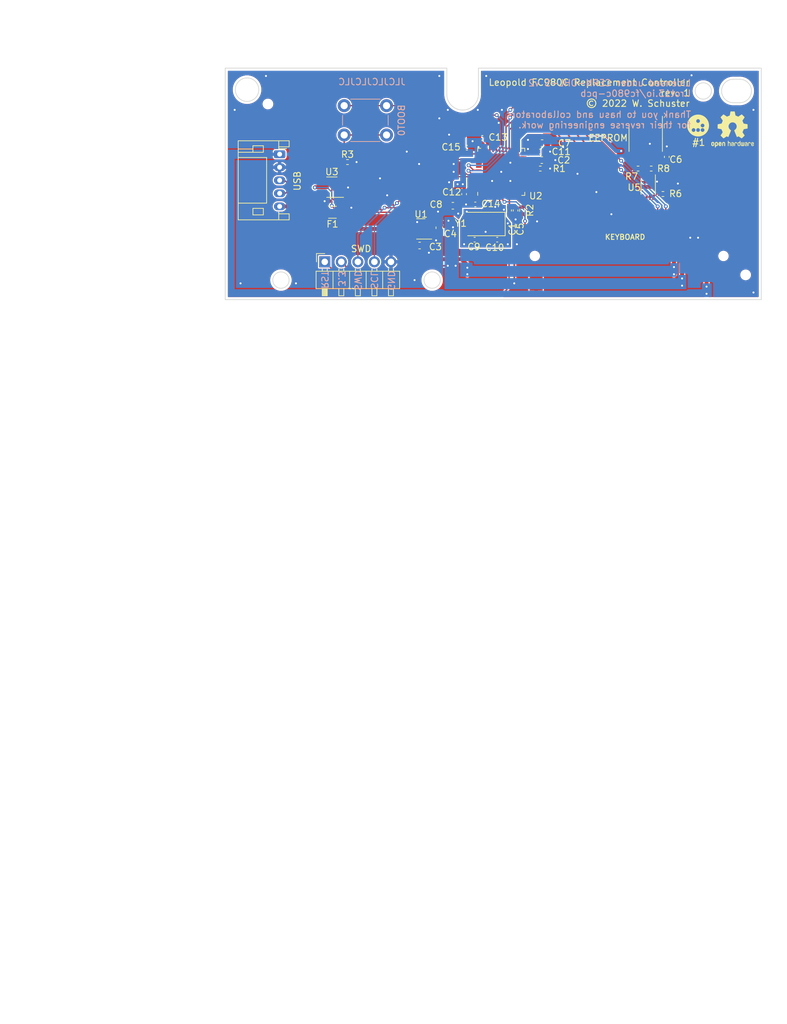
<source format=kicad_pcb>
(kicad_pcb (version 20211014) (generator pcbnew)
  (title_block (title "Leopold FC980C Replacement Controller") (rev "1") (company "Wilhelm Schuster") (comment 1 "Licensed under CERN-OHL-S V2"))
  (layers (0 "F.Cu" mixed) (31 "B.Cu" mixed) (34 "B.Paste" user) (35 "F.Paste" user) (36 "B.SilkS" user "B.Silkscreen") (37 "F.SilkS" user "F.Silkscreen") (38 "B.Mask" user) (39 "F.Mask" user) (44 "Edge.Cuts" user))
  (net 0 "")
  (net 1 "GND")
  (net 2 "VDDA")
  (net 3 "+5V")
  (net 4 "XTAL_IN")
  (net 5 "VBUS")
  (net 6 "~{RESET}")
  (net 7 "SWDIO")
  (net 8 "SWCLK")
  (net 9 "D_USB_P")
  (net 10 "D_USB_N")
  (net 11 "FG")
  (net 12 "KEY_HYS")
  (net 13 "KEY_STATE")
  (net 14 "I2C_SCL")
  (net 15 "I2C_SDA")
  (net 16 "COL_BIT3")
  (net 17 "COL_BIT2")
  (net 18 "COL_BIT1")
  (net 19 "COL_BIT0")
  (net 20 "ROW_BIT2")
  (net 21 "ROW_BIT1")
  (net 22 "ROW_BIT0")
  (net 23 "KEY_ENABLE")
  (net 24 "LED_NUM")
  (net 25 "LED_CAPS")
  (net 26 "LED_SCRL")
  (net 27 "D_P")
  (net 28 "BOOT0")
  (net 29 "D_N")
  (net 31 "XTAL_OUT")
  (net 43 "/BOOT1")
  (net 45 "/VCAP1")
  (net 46 "I2C_SDA_MCU")
  (net 47 "I2C_SCL_MCU")
  (net 48 "/VREF2_PCA9306")
  (footprint "Symbol:OSHW-Logo2_7.3x6mm_SilkScreen" (layer "F.Cu") (at 152.6 44.9)
    (fp_text reference "LOGO1" hide)
    (fp_text value "Logo_Open_Hardware_Small" hide)
  )
  (footprint "Capacitor_SMD:C_0603_1608Metric" (layer "F.Cu") (at 109.675 56.6)
    (fp_text reference "C8")
    (fp_text value "1uF")
  )
  (footprint "Capacitor_SMD:C_0402_1005Metric" (layer "F.Cu") (at 113.02 61.8 180)
    (fp_text reference "C9")
    (fp_text value "20pF")
  )
  (footprint "additional:JLC_tooling_hole" (layer "F.Cu") (at 81.3 41)
    (fp_text reference "H2" hide)
    (fp_text value "JLC tooling hole")
  )
  (footprint "Capacitor_SMD:C_0603_1608Metric" (layer "F.Cu") (at 107.6 59.975 -90)
    (fp_text reference "C4")
    (fp_text value "1uF")
  )
  (footprint "Resistor_SMD:R_0402_1005Metric" (layer "F.Cu") (at 93.51 49.9)
    (fp_text reference "R3")
    (fp_text value "10k")
  )
  (footprint "Crystal:Crystal_SMD_5032-2Pin_5.0x3.2mm" (layer "F.Cu") (at 114.65 59.4 180)
    (fp_text reference "Y1")
    (fp_text value "8MHz Cl 20pF")
  )
  (footprint "additional:JLC_tooling_hole" (layer "F.Cu") (at 154.6 67.2)
    (fp_text reference "H1" hide)
    (fp_text value "JLC tooling hole")
  )
  (footprint "Capacitor_SMD:C_0402_1005Metric" (layer "F.Cu") (at 114.2 46.2)
    (fp_text reference "C13")
    (fp_text value "100nF")
  )
  (footprint "Package_TO_SOT_SMD:SOT-23" (layer "F.Cu") (at 104.7625 60.15 180)
    (fp_text reference "U1")
    (fp_text value "XC6206P332MR")
  )
  (footprint "Capacitor_SMD:C_0402_1005Metric" (layer "F.Cu") (at 142.5 49.11 90)
    (fp_text reference "C6")
    (fp_text value "100nF")
  )
  (footprint "Resistor_SMD:R_0402_1005Metric" (layer "F.Cu") (at 141.91 54.8 180)
    (fp_text reference "R6")
    (fp_text value "200k")
  )
  (footprint "Capacitor_SMD:C_0402_1005Metric" (layer "F.Cu") (at 118.3 57.32 -90)
    (fp_text reference "C1")
    (fp_text value "1uF")
  )
  (footprint "Capacitor_SMD:C_0402_1005Metric" (layer "F.Cu") (at 111.4 54.82 -90)
    (fp_text reference "C12")
    (fp_text value "100nF")
  )
  (footprint "Resistor_SMD:R_0402_1005Metric" (layer "F.Cu") (at 138.09 50.9)
    (fp_text reference "R7")
    (fp_text value "10k")
  )
  (footprint "Capacitor_SMD:C_0603_1608Metric" (layer "F.Cu") (at 123.375 47)
    (fp_text reference "C7")
    (fp_text value "10uF")
  )
  (footprint "Capacitor_SMD:C_0402_1005Metric" (layer "F.Cu") (at 113.12 56.4 180)
    (fp_text reference "C14")
    (fp_text value "100nF")
  )
  (footprint "Resistor_SMD:R_0402_1005Metric" (layer "F.Cu") (at 120.3 57.31 -90)
    (fp_text reference "R2")
    (fp_text value "10k")
  )
  (footprint "Capacitor_SMD:C_0603_1608Metric" (layer "F.Cu") (at 104.575 62.7)
    (fp_text reference "C3")
    (fp_text value "1uF")
  )
  (footprint "Capacitor_SMD:C_0402_1005Metric" (layer "F.Cu") (at 116.48 61.8)
    (fp_text reference "C10")
    (fp_text value "20pF")
  )
  (footprint "Capacitor_SMD:C_0402_1005Metric" (layer "F.Cu") (at 119.3 57.32 -90)
    (fp_text reference "C5")
    (fp_text value "100nF")
  )
  (footprint "Fuse:Fuse_1206_3216Metric" (layer "F.Cu") (at 91.2 57.6 180)
    (fp_text reference "F1")
    (fp_text value "500mA")
  )
  (footprint "Package_TO_SOT_SMD:SOT-23-6" (layer "F.Cu") (at 91.1125 53.75 180)
    (fp_text reference "U3")
    (fp_text value "USBLC6-2SC6")
  )
  (footprint "Resistor_SMD:R_0402_1005Metric" (layer "F.Cu") (at 140.11 50.9 180)
    (fp_text reference "R8")
    (fp_text value "10k")
  )
  (footprint "Capacitor_SMD:C_0402_1005Metric" (layer "F.Cu") (at 123.08 48.3)
    (fp_text reference "C11")
    (fp_text value "100nF")
  )
  (footprint "Capacitor_SMD:C_0603_1608Metric" (layer "F.Cu") (at 123.325 49.6)
    (fp_text reference "C2")
    (fp_text value "4.7uF")
  )
  (footprint "Connector_PinHeader_2.54mm:PinHeader_1x05_P2.54mm_Horizontal" (layer "F.Cu") (at 90.02 73.4 90)
    (fp_text reference "J1" hide)
    (fp_text value "SWD")
  )
  (footprint "Connector_JST:JST_PH_S5B-PH-K_1x05_P2.00mm_Horizontal" (layer "F.Cu") (at 83.1 48.7 -90)
    (fp_text reference "J2" hide)
    (fp_text value "USB")
  )
  (footprint "Package_SO:VSSOP-8_2.3x2mm_P0.5mm" (layer "F.Cu") (at 139.65 53.75 -90)
    (fp_text reference "U5")
    (fp_text value "PCA9306DC")
  )
  (footprint "Package_SO:SOIC-8_3.9x4.9mm_P1.27mm" (layer "F.Cu") (at 139.265 46.325 -90)
    (fp_text reference "U4" hide)
    (fp_text value "M24C64-RMN6TP")
  )
  (footprint "additional:HRS_DF14_20P" (layer "F.Cu") (at 136.1 66.7 180)
    (fp_text reference "J3")
    (fp_text value "KEYBOARD")
  )
  (footprint "additional:logo" (layer "F.Cu") (at 147.3 44.3)
    (fp_text reference "G***" hide)
    (fp_text value "LOGO" hide)
  )
  (footprint "Resistor_SMD:R_0402_1005Metric" (layer "F.Cu") (at 123.09 50.9)
    (fp_text reference "R1")
    (fp_text value "10k")
  )
  (footprint "Package_DFN_QFN:QFN-48-1EP_7x7mm_P0.5mm_EP5.6x5.6mm" (layer "F.Cu") (at 117.1 51.4 90)
    (fp_text reference "U2")
    (fp_text value "STM32F401CBUx")
  )
  (footprint "Capacitor_SMD:C_0402_1005Metric" (layer "F.Cu") (at 111.82 47.7 180)
    (fp_text reference "C15")
    (fp_text value "100nF")
  )
  (footprint "Button_Switch_THT:SW_PUSH_6mm" (layer "B.Cu") (at 99.5 41.25 180)
    (fp_text reference "SW1")
    (fp_text value "BOOT0")
  )
  (gr_circle (center 106.5 68) (end 107.75 68) (layer "Edge.Cuts") (width 0.1) (fill none))
  (gr_line (start 108.75 35.5) (end 74.75 35.5) (layer "Edge.Cuts") (width 0.1))
  (gr_circle (center 78.1 38.8) (end 79.9 38.8) (layer "Edge.Cuts") (width 0.1) (fill none))
  (gr_line (start 108.75 35.5) (end 108.75 39.5) (layer "Edge.Cuts") (width 0.1))
  (gr_line (start 74.75 71) (end 157 71) (layer "Edge.Cuts") (width 0.1))
  (gr_circle (center 83.3 68) (end 84.55 68) (layer "Edge.Cuts") (width 0.1) (fill none))
  (gr_line (start 153.7 40.8) (end 152.7 40.8) (layer "Edge.Cuts") (width 0.1))
  (gr_line (start 74.75 35.5) (end 74.75 71) (layer "Edge.Cuts") (width 0.1))
  (gr_line (start 152.7 37.2) (end 153.7 37.2) (layer "Edge.Cuts") (width 0.1))
  (gr_arc (start 152.7 40.8) (mid 150.9 39) (end 152.7 37.2) (layer "Edge.Cuts") (width 0.1))
  (gr_circle (center 148.1 39) (end 149.35 39) (layer "Edge.Cuts") (width 0.1) (fill none))
  (gr_arc (start 153.7 37.2) (mid 155.5 39) (end 153.7 40.8) (layer "Edge.Cuts") (width 0.1))
  (gr_line (start 113.6 35.5) (end 157 35.5) (layer "Edge.Cuts") (width 0.1))
  (gr_line (start 113.6 39.5) (end 113.6 35.5) (layer "Edge.Cuts") (width 0.1))
  (gr_arc (start 113.6 39.5) (mid 111.175 41.925) (end 108.75 39.5) (layer "Edge.Cuts") (width 0.1))
  (gr_line (start 157 71) (end 157 35.5) (layer "Edge.Cuts") (width 0.1))
  (gr_text "Licensed under CERN-OHL-S v2\nl.rot13.io/fc980c-pcb\n\nThank you to hasu and collaborators\nfor their reverse engineering work." (at 146.3 41) (layer "B.SilkS") (effects (font (size 1 1)) (justify left mirror)))
  (gr_text "3.3\n" (at 92.6 66.5 270) (layer "B.SilkS") (effects (font (size 1 1)) (justify right mirror)))
  (gr_text "SCL" (at 97.6 66.5 270) (layer "B.SilkS") (effects (font (size 1 1)) (justify right mirror)))
  (gr_text "RST\n" (at 90 66.5 270) (layer "B.SilkS") (effects (font (size 1 1)) (justify right mirror)))
  (gr_text "SWD" (at 95.1 66.4 270) (layer "B.SilkS") (effects (font (size 1 1)) (justify right mirror)))
  (gr_text "JLCJLCJLCJLC" (at 102.5 37.6) (layer "B.SilkS") (effects (font (size 1 1)) (justify left mirror)))
  (gr_text "GND" (at 100.2 66.45 270) (layer "B.SilkS") (effects (font (size 1 1)) (justify right mirror)))
  (gr_text "#1" (at 147.4 46.9) (layer "F.SilkS") (effects (font (size 1 1))))
  (gr_text "Leopold FC980C Replacement Controller\nrev. 1\n© 2022 W. Schuster" (at 146.1 39.3) (layer "F.SilkS") (effects (font (size 1 1)) (justify right)))
  (segment (start 147.35 61.55) (end 147.3 61.5) (width 0.6) (layer "F.Cu") (net 1))
  (segment (start 115.7 51.4) (end 117.1 51.4) (width 0.25) (layer "F.Cu") (net 1))
  (segment (start 117.1 51.4) (end 118.5 50) (width 0.25) (layer "F.Cu") (net 1))
  (segment (start 92.25 53.75) (end 93.55 53.75) (width 0.6) (layer "F.Cu") (net 1))
  (segment (start 115.7 51.4) (end 114.85 50.55) (width 0.25) (layer "F.Cu") (net 1))
  (segment (start 114.85 53.65) (end 113.6625 53.65) (width 0.25) (layer "F.Cu") (net 1))
  (segment (start 117.1 51.4) (end 117.85 52.15) (width 0.25) (layer "F.Cu") (net 1))
  (segment (start 146.1 63.2) (end 146.1 61.5) (width 0.6) (layer "F.Cu") (net 1))
  (segment (start 140.4 52.2) (end 141 52.8) (width 0.2) (layer "F.Cu") (net 1))
  (segment (start 147.35 63.2) (end 147.35 61.55) (width 0.6) (layer "F.Cu") (net 1))
  (segment (start 117.85 52.15) (end 117.85 54.8375) (width 0.25) (layer "F.Cu") (net 1))
  (segment (start 114.85 50.55) (end 114.85 47.9625) (width 0.25) (layer "F.Cu") (net 1))
  (segment (start 115.7 52.8) (end 114.85 53.65) (width 0.25) (layer "F.Cu") (net 1))
  (segment (start 115.7 52.8) (end 115.7 51.4) (width 0.25) (layer "F.Cu") (net 1))
  (segment (start 119.35 49.15) (end 120.5375 49.15) (width 0.25) (layer "F.Cu") (net 1))
  (segment (start 93.55 53.75) (end 93.6 53.8) (width 0.6) (layer "F.Cu") (net 1))
  (segment (start 118.5 50) (end 119.35 49.15) (width 0.25) (layer "F.Cu") (net 1))
  (segment (start 141 52.8) (end 141 52.9) (width 0.2) (layer "F.Cu") (net 1))
  (via (at 102.6 48.3) (size 0.6) (drill 0.3) (layers "F.Cu" "B.Cu") (net 1))
  (via (at 98.5 52.4) (size 0.6) (drill 0.3) (layers "F.Cu" "B.Cu") (net 1))
  (via (at 106 63.8) (size 0.6) (drill 0.3) (layers "F.Cu" "B.Cu") (net 1))
  (via (at 124.6 48.3) (size 0.6) (drill 0.3) (layers "F.Cu" "B.Cu") (net 1))
  (via (at 118.5 50) (size 0.6) (drill 0.3) (layers "F.Cu" "B.Cu") (net 1))
  (via (at 85.6 68.5) (size 0.6) (drill 0.3) (layers "F.Cu" "B.Cu") (net 1))
  (via (at 117.1 51.4) (size 0.6) (drill 0.3) (layers "F.Cu" "B.Cu") (net 1))
  (via (at 94.1 56.9) (size 0.6) (drill 0.3) (layers "F.Cu" "B.Cu") (net 1))
  (via (at 107.6 36.7) (size 0.6) (drill 0.3) (layers "F.Cu" "B.Cu") (net 1))
  (via (at 109.1 53) (size 0.6) (drill 0.3) (layers "F.Cu" "B.Cu") (net 1))
  (via (at 107.1 61.9) (size 0.6) (drill 0.3) (layers "F.Cu" "B.Cu") (net 1))
  (via (at 141 52.9) (size 0.6) (drill 0.3) (layers "F.Cu" "B.Cu") (net 1))
  (via (at 155.8 69.9) (size 0.6) (drill 0.3) (layers "F.Cu" "B.Cu") (net 1))
  (via (at 147.3 61.5) (size 0.6) (drill 0.3) (layers "F.Cu" "B.Cu") (net 1))
  (via (at 124.6 50.9) (size 0.6) (drill 0.3) (layers "F.Cu" "B.Cu") (net 1))
  (via (at 146.3 36.6) (size 0.6) (drill 0.3) (layers "F.Cu" "B.Cu") (net 1))
  (via (at 76.2 41.9) (size 0.6) (drill 0.3) (layers "F.Cu" "B.Cu") (net 1))
  (via (at 90 55.9) (size 0.6) (drill 0.3) (layers "F.Cu" "B.Cu") (net 1))
  (via (at 116.176089 56.776089) (size 0.6) (drill 0.3) (layers "F.Cu" "B.Cu") (net 1))
  (via (at 77.1 68.5) (size 0.6) (drill 0.3) (layers "F.Cu" "B.Cu") (net 1))
  (via (at 93.6 53.8) (size 0.6) (drill 0.3) (layers "F.Cu" "B.Cu") (net 1))
  (via (at 118.1 62.5) (size 0.6) (drill 0.3) (layers "F.Cu" "B.Cu") (net 1))
  (via (at 144.2 53.2) (size 0.6) (drill 0.3) (layers "F.Cu" "B.Cu") (net 1))
  (via (at 117.2 41.9) (size 0.6) (drill 0.3) (layers "F.Cu" "B.Cu") (net 1))
  (via (at 146.1 61.5) (size 0.6) (drill 0.3) (layers "F.Cu" "B.Cu") (net 1))
  (via (at 139.9 47.1) (size 0.6) (drill 0.3) (layers "F.Cu" "B.Cu") (net 1))
  (via (at 104.2 59.1) (size 0.6) (drill 0.3) (layers "F.Cu" "B.Cu") (net 1))
  (via (at 116.708411 43.891589) (size 0.6) (drill 0.3) (layers "F.Cu" "B.Cu") (net 1))
  (via (at 94.9 49.9) (size 0.6) (drill 0.3) (layers "F.Cu" "B.Cu") (net 1))
  (via (at 117.5 57.2) (size 0.6) (drill 0.3) (layers "F.Cu" "B.Cu") (net 1))
  (via (at 103.8 68) (size 0.6) (drill 0.3) (layers "F.Cu" "B.Cu") (net 1))
  (via (at 118.5 52.8) (size 0.6) (drill 0.3) (layers "F.Cu" "B.Cu") (net 1))
  (via (at 142.5 47.5) (size 0.6) (drill 0.3) (layers "F.Cu" "B.Cu") (net 1))
  (via (at 107.4 57.5) (size 0.6) (drill 0.3) (layers "F.Cu" "B.Cu") (net 1))
  (via (at 119.3 58.7) (size 0.6) (drill 0.3) (layers "F.Cu" "B.Cu") (net 1))
  (via (at 115.7 52.8) (size 0.6) (drill 0.3) (layers "F.Cu" "B.Cu") (net 1))
  (via (at 128.8 51.7) (size 0.6) (drill 0.3) (layers "F.Cu" "B.Cu") (net 1))
  (via (at 111.4 62.5) (size 0.6) (drill 0.3) (layers "F.Cu" "B.Cu") (net 1))
  (via (at 125.4 49.6) (size 0.6) (drill 0.3) (layers "F.Cu" "B.Cu") (net 1))
  (via (at 111.7 56.4) (size 0.6) (drill 0.3) (layers "F.Cu" "B.Cu") (net 1))
  (via (at 104.5 50.2) (size 0.6) (drill 0.3) (layers "F.Cu" "B.Cu") (net 1))
  (via (at 107.6 43.2) (size 0.6) (drill 0.3) (layers "F.Cu" "B.Cu") (net 1))
  (via (at 109.8 51.4) (size 0.6) (drill 0.3) (layers "F.Cu" "B.Cu") (net 1))
  (via (at 122.6 59) (size 0.6) (drill 0.3) (layers "F.Cu" "B.Cu") (net 1))
  (via (at 114.8 36.7) (size 0.6) (drill 0.3) (layers "F.Cu" "B.Cu") (net 1))
  (via (at 118.1 59.3) (size 0.6) (drill 0.3) (layers "F.Cu" "B.Cu") (net 1))
  (via (at 155.8 41.9) (size 0.6) (drill 0.3) (layers "F.Cu" "B.Cu") (net 1))
  (via (at 110.5 57.8) (size 0.6) (drill 0.3) (layers "F.Cu" "B.Cu") (net 1))
  (via (at 109.8 50.2) (size 0.6) (drill 0.3) (layers "F.Cu" "B.Cu") (net 1))
  (via (at 81 36.7) (size 0.6) (drill 0.3) (layers "F.Cu" "B.Cu") (net 1))
  (via (at 111.8 57.5) (size 0.6) (drill 0.3) (layers "F.Cu" "B.Cu") (net 1))
  (via (at 131.7 54.5) (size 0.6) (drill 0.3) (layers "F.Cu" "B.Cu") (net 1))
  (via (at 114.7 60.6) (size 0.6) (drill 0.3) (layers "F.Cu" "B.Cu") (net 1))
  (via (at 126.6 47.6) (size 0.6) (drill 0.3) (layers "F.Cu" "B.Cu") (net 1))
  (via (at 109.1 45.7) (size 0.6) (drill 0.3) (layers "F.Cu" "B.Cu") (net 1))
  (via (at 108.9 41.9) (size 0.6) (drill 0.3) (layers "F.Cu" "B.Cu") (net 1))
  (via (at 99.6 55) (size 0.6) (drill 0.3) (layers "F.Cu" "B.Cu") (net 1))
  (via (at 134 57.9) (size 0.6) (drill 0.3) (layers "F.Cu" "B.Cu") (net 1))
  (via (at 119.5 62.5) (size 0.6) (drill 0.3) (layers "F.Cu" "B.Cu") (net 1))
  (via (at 113.5 41.9) (size 0.6) (drill 0.3) (layers "F.Cu" "B.Cu") (net 1))
  (segment (start 116.1 56.7) (end 116.1 55.1) (width 0.6) (layer "B.Cu") (net 1))
  (segment (start 116.176089 56.776089) (end 116.1 56.7) (width 0.6) (layer "B.Cu") (net 1))
  (segment (start 108.2 42.7) (end 116.4 42.7) (width 0.2) (layer "F.Cu") (net 2))
  (segment (start 121.5 62.8) (end 119.1 65.2) (width 0.25) (layer "F.Cu") (net 2))
  (segment (start 114.35 54.8375) (end 114.35 55.65) (width 0.25) (layer "F.Cu") (net 2))
  (segment (start 142.9 53.7) (end 138.7 53.7) (width 0.6) (layer "F.Cu") (net 2))
  (segment (start 113.6625 54.15) (end 112.75 54.15) (width 0.25) (layer "F.Cu") (net 2))
  (segment (start 102.7 67) (end 94.36 67) (width 0.25) (layer "F.Cu") (net 2))
  (segment (start 142.9 53.7) (end 142.9 52) (width 0.6) (layer "F.Cu") (net 2))
  (segment (start 93 41.25) (end 99.5 41.25) (width 0.2) (layer "F.Cu") (net 2))
  (segment (start 138.7 53.7) (end 137.58 52.58) (width 0.6) (layer "F.Cu") (net 2))
  (segment (start 94.36 67) (end 92.56 65.2) (width 0.25) (layer "F.Cu") (net 2))
  (segment (start 139.9 52.2) (end 139.9 51.62) (width 0.2) (layer "F.Cu") (net 2))
  (segment (start 120.26 56.84) (end 120.3 56.8) (width 0.25) (layer "F.Cu") (net 2))
  (segment (start 142.9 52) (end 142.6 51.7) (width 0.6) (layer "F.Cu") (net 2))
  (segment (start 118.35 54.8375) (end 118.35 56.79) (width 0.25) (layer "F.Cu") (net 2))
  (segment (start 108.9 65.8) (end 103.9 65.8) (width 0.25) (layer "F.Cu") (net 2))
  (segment (start 120.3 56.8) (end 120.7 56.8) (width 0.25) (layer "F.Cu") (net 2))
  (segment (start 144.85 55.65) (end 142.9 53.7) (width 0.6) (layer "F.Cu") (net 2))
  (segment (start 118.35 56.79) (end 118.3 56.84) (width 0.25) (layer "F.Cu") (net 2))
  (segment (start 103.9 65.8) (end 102.7 67) (width 0.25) (layer "F.Cu") (net 2))
  (segment (start 106.75 41.25) (end 108.2 42.7) (width 0.2) (layer "F.Cu") (net 2))
  (segment (start 108.9 65.8) (end 110.1 65.8) (width 0.25) (layer "F.Cu") (net 2))
  (segment (start 121.5 57.6) (end 121.5 62.8) (width 0.25) (layer "F.Cu") (net 2))
  (segment (start 144.85 68.85) (end 144.85 63.2) (width 0.6) (layer "F.Cu") (net 2))
  (segment (start 118.3 56.84) (end 119.3 56.84) (width 0.25) (layer "F.Cu") (net 2))
  (segment (start 119.3 56.84) (end 120.26 56.84) (width 0.25) (layer "F.Cu") (net 2))
  (segment (start 99.5 41.25) (end 106.75 41.25) (width 0.2) (layer "F.Cu") (net 2))
  (segment (start 114.35 55.65) (end 113.6 56.4) (width 0.25) (layer "F.Cu") (net 2))
  (segment (start 144.85 63.2) (end 144.85 55.65) (width 0.6) (layer "F.Cu") (net 2))
  (segment (start 139.9 51.62) (end 140.62 50.9) (width 0.2) (layer "F.Cu") (net 2))
  (segment (start 119.1 65.2) (end 119.1 68.5) (width 0.25) (layer "F.Cu") (net 2))
  (segment (start 120.7 56.8) (end 121.5 57.6) (width 0.25) (layer "F.Cu") (net 2))
  (via (at 119.1 68.5) (size 0.6) (drill 0.3) (layers "F.Cu" "B.Cu") (net 2))
  (via (at 113.6 47.6) (size 0.6) (drill 0.3) (layers "F.Cu" "B.Cu") (net 2))
  (via (at 144.85 68.85) (size 0.6) (drill 0.3) (layers "F.Cu" "B.Cu") (net 2))
  (via (at 110.4 53.3) (size 0.6) (drill 0.3) (layers "F.Cu" "B.Cu") (net 2))
  (via (at 108.9 65.8) (size 0.6) (drill 0.3) (layers "F.Cu" "B.Cu") (net 2))
  (via (at 109.7 59.9) (size 0.6) (drill 0.3) (layers "F.Cu" "B.Cu") (net 2))
  (via (at 112.7 46.7) (size 0.6) (drill 0.3) (layers "F.Cu" "B.Cu") (net 2))
  (via (at 135.5 48.2) (size 0.6) (drill 0.3) (layers "F.Cu" "B.Cu") (net 2))
  (via (at 144.85 67.75) (size 0.6) (drill 0.3) (layers "F.Cu" "B.Cu") (net 2))
  (via (at 109 58.9) (size 0.6) (drill 0.3) (layers "F.Cu" "B.Cu") (net 2))
  (via (at 110.1 65.8) (size 0.6) (drill 0.3) (layers "F.Cu" "B.Cu") (net 2))
  (via (at 121.2 46.5) (size 0.6) (drill 0.3) (layers "F.Cu" "B.Cu") (net 2))
  (via (at 121.2 47.9) (size 0.6) (drill 0.3) (layers "F.Cu" "B.Cu") (net 2))
  (via (at 111.2 53.3) (size 0.6) (drill 0.3) (layers "F.Cu" "B.Cu") (net 2))
  (via (at 116.4 42.7) (size 0.6) (drill 0.3) (layers "F.Cu" "B.Cu") (net 2))
  (segment (start 115.333274 49.4) (end 115.3 49.4) (width 0.25) (layer "B.Cu") (net 2))
  (segment (start 132.8 46.3) (end 124.2 46.3) (width 0.6) (layer "B.Cu") (net 2))
  (segment (start 117.375 43.675) (end 117.375 47.358274) (width 0.25) (layer "B.Cu") (net 2))
  (segment (start 134.7 48.2) (end 132.8 46.3) (width 0.6) (layer "B.Cu") (net 2))
  (segment (start 116.4 42.7) (end 117.375 43.675) (width 0.25) (layer "B.Cu") (net 2))
  (segment (start 117.375 47.358274) (end 115.333274 49.4) (width 0.25) (layer "B.Cu") (net 2))
  (segment (start 135.5 48.2) (end 134.7 48.2) (width 0.6) (layer "B.Cu") (net 2))
  (segment (start 143.6 55.98) (end 142.42 54.8) (width 0.25) (layer "F.Cu") (net 3))
  (segment (start 92.6 57.6) (end 92.1 57.6) (width 0.2) (layer "F.Cu") (net 3))
  (segment (start 104.6 64.8) (end 111 64.8) (width 0.6) (layer "F.Cu") (net 3))
  (segment (start 88.55 53.75) (end 88.5 53.8) (width 0.6) (layer "F.Cu") (net 3))
  (segment (start 103.825 60.15) (end 103.825 62.675) (width 0.6) (layer "F.Cu") (net 3))
  (segment (start 111.9 65.7) (end 111.9 66.1) (width 0.6) (layer "F.Cu") (net 3))
  (segment (start 95.15 60.15) (end 103.825 60.15) (width 0.6) (layer "F.Cu") (net 3))
  (segment (start 103.825 62.675) (end 103.8 62.7) (width 0.6) (layer "F.Cu") (net 3))
  (segment (start 111 64.8) (end 111.9 65.7) (width 0.6) (layer "F.Cu") (net 3))
  (segment (start 103.8 62.7) (end 103.8 64) (width 0.6) (layer "F.Cu") (net 3))
  (segment (start 92.1 57.6) (end 91.1 56.6) (width 0.2) (layer "F.Cu") (net 3))
  (segment (start 92.6 57.6) (end 95.15 60.15) (width 0.6) (layer "F.Cu") (net 3))
  (segment (start 143.6 63.2) (end 143.6 67.1) (width 0.6) (layer "F.Cu") (net 3))
  (segment (start 89.975 53.75) (end 88.55 53.75) (width 0.6) (layer "F.Cu") (net 3))
  (segment (start 111.9 66.1) (end 111.9 67.1) (width 0.6) (layer "F.Cu") (net 3))
  (segment (start 103.8 64) (end 104.6 64.8) (width 0.6) (layer "F.Cu") (net 3))
  (segment (start 143.6 63.2) (end 143.6 55.98) (width 0.25) (layer "F.Cu") (net 3))
  (via (at 91.1 56.6) (size 0.6) (drill 0.3) (layers "F.Cu" "B.Cu") (net 3))
  (via (at 111.9 66.1) (size 0.6) (drill 0.3) (layers "F.Cu" "B.Cu") (net 3))
  (via (at 88.5 53.8) (size 0.6) (drill 0.3) (layers "F.Cu" "B.Cu") (net 3))
  (via (at 143.6 67.1) (size 0.6) (drill 0.3) (layers "F.Cu" "B.Cu") (net 3))
  (via (at 111.9 67.1) (size 0.6) (drill 0.3) (layers "F.Cu" "B.Cu") (net 3))
  (via (at 143.6 66) (size 0.6) (drill 0.3) (layers "F.Cu" "B.Cu") (net 3))
  (segment (start 91.1 54.5) (end 90.4 53.8) (width 0.2) (layer "B.Cu") (net 3))
  (segment (start 91.1 56.6) (end 91.1 54.5) (width 0.2) (layer "B.Cu") (net 3))
  (segment (start 90.4 53.8) (end 88.5 53.8) (width 0.2) (layer "B.Cu") (net 3))
  (segment (start 116.35 55.287652) (end 112.9 58.737652) (width 0.2) (layer "F.Cu") (net 4))
  (segment (start 113.5 61.8) (end 113.5 60) (width 0.2) (layer "F.Cu") (net 4))
  (segment (start 112.9 58.737652) (end 112.9 59.4) (width 0.2) (layer "F.Cu") (net 4))
  (segment (start 113.5 60) (end 112.9 59.4) (width 0.2) (layer "F.Cu") (net 4))
  (segment (start 116.35 54.8375) (end 116.35 55.287652) (width 0.2) (layer "F.Cu") (net 4))
  (segment (start 88.9 56.7) (end 89.8 57.6) (width 0.6) (layer "F.Cu") (net 5))
  (segment (start 83.1 56.7) (end 88.9 56.7) (width 0.6) (layer "F.Cu") (net 5))
  (segment (start 120.75 62.5) (end 118.3 64.95) (width 0.2) (layer "F.Cu") (net 6))
  (segment (start 118.3 64.95) (end 118.3 69.1) (width 0.2) (layer "F.Cu") (net 6))
  (segment (start 117.3 70.1) (end 94.92 70.1) (width 0.2) (layer "F.Cu") (net 6))
  (segment (start 117.35 55.75) (end 117.6 56) (width 0.2) (layer "F.Cu") (net 6))
  (segment (start 117.35 54.8375) (end 117.35 55.75) (width 0.2) (layer "F.Cu") (net 6))
  (segment (start 94.92 70.1) (end 90.02 65.2) (width 0.2) (layer "F.Cu") (net 6))
  (segment (start 120.75 58.27) (end 120.3 57.82) (width 0.2) (layer "F.Cu") (net 6))
  (segment (start 118.3 69.1) (end 117.3 70.1) (width 0.2) (layer "F.Cu") (net 6))
  (segment (start 120.75 58.95) (end 120.75 62.5) (width 0.2) (layer "F.Cu") (net 6))
  (segment (start 120.75 58.95) (end 120.75 58.27) (width 0.2) (layer "F.Cu") (net 6))
  (via (at 120.75 58.95) (size 0.6) (drill 0.3) (layers "F.Cu" "B.Cu") (net 6))
  (via (at 117.6 56) (size 0.6) (drill 0.3) (layers "F.Cu" "B.Cu") (net 6))
  (segment (start 120.75 58.95) (end 120.75 57.35) (width 0.2) (layer "B.Cu") (net 6))
  (segment (start 119.4 56) (end 117.6 56) (width 0.2) (layer "B.Cu") (net 6))
  (segment (start 120.75 57.35) (end 119.4 56) (width 0.2) (layer "B.Cu") (net 6))
  (segment (start 112.862348 49.5) (end 112.3 49.5) (width 0.2) (layer "F.Cu") (net 7))
  (segment (start 101.6 56.9) (end 99.2 56.9) (width 0.2) (layer "F.Cu") (net 7))
  (segment (start 113.6625 49.15) (end 113.212348 49.15) (width 0.2) (layer "F.Cu") (net 7))
  (segment (start 105.6 52.9) (end 101.6 56.9) (width 0.2) (layer "F.Cu") (net 7))
  (segment (start 113.212348 49.15) (end 112.862348 49.5) (width 0.2) (layer "F.Cu") (net 7))
  (segment (start 112.3 49.5) (end 109 49.5) (width 0.2) (layer "F.Cu") (net 7))
  (segment (start 109 49.5) (end 105.6 52.9) (width 0.2) (layer "F.Cu") (net 7))
  (via (at 99.2 56.9) (size 0.6) (drill 0.3) (layers "F.Cu" "B.Cu") (net 7))
  (segment (start 95.1 61) (end 95.1 65.2) (width 0.2) (layer "B.Cu") (net 7))
  (segment (start 99.2 56.9) (end 95.1 61) (width 0.2) (layer "B.Cu") (net 7))
  (segment (start 113.6625 48.65) (end 108.65 48.65) (width 0.2) (layer "F.Cu") (net 8))
  (segment (start 108.65 48.65) (end 101.1 56.2) (width 0.2) (layer "F.Cu") (net 8))
  (via (at 101.1 56.2) (size 0.6) (drill 0.3) (layers "F.Cu" "B.Cu") (net 8))
  (segment (start 101.1 56.2) (end 97.64 59.66) (width 0.2) (layer "B.Cu") (net 8))
  (segment (start 97.64 59.66) (end 97.64 65.2) (width 0.2) (layer "B.Cu") (net 8))
  (segment (start 87.8 53.975001) (end 84.7 53.975) (width 0.2) (layer "F.Cu") (net 9))
  (segment (start 89.975 54.7) (end 89.625 54.35) (width 0.2) (layer "F.Cu") (net 9))
  (segment (start 88.78995 54.5) (end 88.21005 54.5) (width 0.2) (layer "F.Cu") (net 9))
  (segment (start 88.93995 54.35) (end 88.78995 54.5) (width 0.2) (layer "F.Cu") (net 9))
  (segment (start 83.975 54.7) (end 83.1 54.7) (width 0.2) (layer "F.Cu") (net 9))
  (segment (start 88.21005 54.5) (end 87.8 54.08995) (width 0.2) (layer "F.Cu") (net 9))
  (segment (start 84.7 53.975) (end 83.975 54.7) (width 0.2) (layer "F.Cu") (net 9))
  (segment (start 87.8 54.08995) (end 87.8 53.975001) (width 0.2) (layer "F.Cu") (net 9))
  (segment (start 89.625 54.35) (end 88.93995 54.35) (width 0.2) (layer "F.Cu") (net 9))
  (segment (start 88.78995 53.1) (end 88.21005 53.1) (width 0.2) (layer "F.Cu") (net 10))
  (segment (start 83.875 52.7) (end 83.1 52.7) (width 0.2) (layer "F.Cu") (net 10))
  (segment (start 88.83995 53.15) (end 88.78995 53.1) (width 0.2) (layer "F.Cu") (net 10))
  (segment (start 84.7 53.525) (end 83.875 52.7) (width 0.2) (layer "F.Cu") (net 10))
  (segment (start 89.975 52.8) (end 89.625 53.15) (width 0.2) (layer "F.Cu") (net 10))
  (segment (start 87.8 53.51005) (end 87.8 53.524999) (width 0.2) (layer "F.Cu") (net 10))
  (segment (start 88.21005 53.1) (end 87.8 53.51005) (width 0.2) (layer "F.Cu") (net 10))
  (segment (start 87.8 53.524999) (end 84.7 53.525) (width 0.2) (layer "F.Cu") (net 10))
  (segment (start 89.625 53.15) (end 88.83995 53.15) (width 0.2) (layer "F.Cu") (net 10))
  (segment (start 148.6 70.1) (end 148.6 63.2) (width 0.6) (layer "F.Cu") (net 11))
  (via (at 148.6 70.1) (size 0.6) (drill 0.3) (layers "F.Cu" "B.Cu") (net 11))
  (via (at 148.6 69) (size 0.6) (drill 0.3) (layers "F.Cu" "B.Cu") (net 11))
  (segment (start 127.8 42) (end 120.4 42) (width 0.2) (layer "F.Cu") (net 12))
  (segment (start 135.5 49.7) (end 127.8 42) (width 0.2) (layer "F.Cu") (net 12))
  (segment (start 142.35 63.2) (end 142.35 56.7) (width 0.2) (layer "F.Cu") (net 12))
  (segment (start 120.4 42) (end 117.85 44.55) (width 0.2) (layer "F.Cu") (net 12))
  (segment (start 117.85 44.55) (end 117.85 47.9625) (width 0.2) (layer "F.Cu") (net 12))
  (via (at 135.5 49.7) (size 0.6) (drill 0.3) (layers "F.Cu" "B.Cu") (net 12))
  (via (at 142.35 56.7) (size 0.6) (drill 0.3) (layers "F.Cu" "B.Cu") (net 12))
  (segment (start 142.35 56.55) (end 135.5 49.7) (width 0.2) (layer "B.Cu") (net 12))
  (segment (start 142.35 56.7) (end 142.35 56.55) (width 0.2) (layer "B.Cu") (net 12))
  (segment (start 118.35 44.95) (end 118.35 47.9625) (width 0.2) (layer "F.Cu") (net 13))
  (segment (start 135.5 51.1) (end 127.2 42.8) (width 0.2) (layer "F.Cu") (net 13))
  (segment (start 141.1 56.7) (end 141.1 63.2) (width 0.2) (layer "F.Cu") (net 13))
  (segment (start 127.2 42.8) (end 120.5 42.8) (width 0.2) (layer "F.Cu") (net 13))
  (segment (start 120.5 42.8) (end 118.35 44.95) (width 0.2) (layer "F.Cu") (net 13))
  (via (at 141.1 56.7) (size 0.6) (drill 0.3) (layers "F.Cu" "B.Cu") (net 13))
  (via (at 135.5 51.1) (size 0.6) (drill 0.3) (layers "F.Cu" "B.Cu") (net 13))
  (segment (start 135.5 51.1) (end 141.1 56.7) (width 0.2) (layer "B.Cu") (net 13))
  (segment (start 139.85 63.2) (end 139.85 56.85) (width 0.2) (layer "F.Cu") (net 14))
  (segment (start 139.85 56.85) (end 139.4 56.4) (width 0.2) (layer "F.Cu") (net 14))
  (segment (start 139.4 56.4) (end 139.4 55.3) (width 0.2) (layer "F.Cu") (net 14))
  (segment (start 138.6 63.2) (end 138.6 55.6) (width 0.2) (layer "F.Cu") (net 15))
  (segment (start 138.6 55.6) (end 138.9 55.3) (width 0.2) (layer "F.Cu") (net 15))
  (segment (start 137.35 54.35) (end 137.35 63.2) (width 0.2) (layer "F.Cu") (net 16))
  (segment (start 126.6 43.6) (end 137.35 54.35) (width 0.2) (layer "F.Cu") (net 16))
  (segment (start 118.85 45.45) (end 120.7 43.6) (width 0.2) (layer "F.Cu") (net 16))
  (segment (start 120.7 43.6) (end 126.6 43.6) (width 0.2) (layer "F.Cu") (net 16))
  (segment (start 118.85 47.9625) (end 118.85 45.45) (width 0.2) (layer "F.Cu") (net 16))
  (segment (start 120.9 44.4) (end 126 44.4) (width 0.2) (layer "F.Cu") (net 17))
  (segment (start 119.35 45.95) (end 120.9 44.4) (width 0.2) (layer "F.Cu") (net 17))
  (segment (start 136.1 54.5) (end 136.1 63.2) (width 0.2) (layer "F.Cu") (net 17))
  (segment (start 126 44.4) (end 136.1 54.5) (width 0.2) (layer "F.Cu") (net 17))
  (segment (start 119.35 47.9625) (end 119.35 45.95) (width 0.2) (layer "F.Cu") (net 17))
  (segment (start 119.85 46.35) (end 121 45.2) (width 0.2) (layer "F.Cu") (net 18))
  (segment (start 134.85 54.75) (end 134.85 63.2) (width 0.2) (layer "F.Cu") (net 18))
  (segment (start 125.3 45.2) (end 134.85 54.75) (width 0.2) (layer "F.Cu") (net 18))
  (segment (start 121 45.2) (end 125.3 45.2) (width 0.2) (layer "F.Cu") (net 18))
  (segment (start 119.85 47.9625) (end 119.85 46.35) (width 0.2) (layer "F.Cu") (net 18))
  (segment (start 120.5375 51.65) (end 126.35 51.65) (width 0.2) (layer "F.Cu") (net 19))
  (segment (start 133.6 58.9) (end 133.6 63.2) (width 0.2) (layer "F.Cu") (net 19))
  (segment (start 126.35 51.65) (end 133.6 58.9) (width 0.2) (layer "F.Cu") (net 19))
  (segment (start 120.5375 52.15) (end 125.35 52.15) (width 0.2) (layer "F.Cu") (net 20))
  (segment (start 125.35 52.15) (end 132.35 59.15) (width 0.2) (layer "F.Cu") (net 20))
  (segment (start 132.35 59.15) (end 132.35 63.2) (width 0.2) (layer "F.Cu") (net 20))
  (segment (start 131.1 59.3) (end 131.1 63.2) (width 0.2) (layer "F.Cu") (net 21))
  (segment (start 124.45 52.65) (end 131.1 59.3) (width 0.2) (layer "F.Cu") (net 21))
  (segment (start 120.5375 52.65) (end 124.45 52.65) (width 0.2) (layer "F.Cu") (net 21))
  (segment (start 120.5375 53.15) (end 123.55 53.15) (width 0.2) (layer "F.Cu") (net 22))
  (segment (start 123.55 53.15) (end 129.85 59.45) (width 0.2) (layer "F.Cu") (net 22))
  (segment (start 129.85 59.45) (end 129.85 63.2) (width 0.2) (layer "F.Cu") (net 22))
  (segment (start 128.6 59.6) (end 128.6 63.2) (width 0.2) (layer "F.Cu") (net 23))
  (segment (start 120.5375 53.65) (end 122.65 53.65) (width 0.2) (layer "F.Cu") (net 23))
  (segment (start 122.65 53.65) (end 128.6 59.6) (width 0.2) (layer "F.Cu") (net 23))
  (segment (start 121.75 54.15) (end 127.35 59.75) (width 0.2) (layer "F.Cu") (net 24))
  (segment (start 127.35 59.75) (end 127.35 63.2) (width 0.2) (layer "F.Cu") (net 24))
  (segment (start 120.5375 54.15) (end 121.75 54.15) (width 0.2) (layer "F.Cu") (net 24))
  (segment (start 121.0375 54.8375) (end 119.85 54.8375) (width 0.2) (layer "F.Cu") (net 25))
  (segment (start 126.1 63.2) (end 126.1 59.9) (width 0.2) (layer "F.Cu") (net 25))
  (segment (start 126.1 59.9) (end 121.0375 54.8375) (width 0.2) (layer "F.Cu") (net 25))
  (segment (start 121 56) (end 119.9 56) (width 0.2) (layer "F.Cu") (net 26))
  (segment (start 119.9 56) (end 119.35 55.45) (width 0.2) (layer "F.Cu") (net 26))
  (segment (start 124.85 59.85) (end 121 56) (width 0.2) (layer "F.Cu") (net 26))
  (segment (start 119.35 55.45) (end 119.35 54.8375) (width 0.2) (layer "F.Cu") (net 26))
  (segment (start 124.85 63.2) (end 124.85 59.85) (width 0.2) (layer "F.Cu") (net 26))
  (segment (start 108.676042 44.725) (end 114.923958 44.725) (width 0.65) (layer "F.Cu") (net 27))
  (segment (start 115.85 47.9625) (end 115.85 46.95) (width 0.2) (layer "F.Cu") (net 27))
  (segment (start 115.675 46.775) (end 115.675 46.2) (width 0.2) (layer "F.Cu") (net 27))
  (segment (start 114.923958 44.725) (end 115.675 45.476042) (width 0.65) (layer "F.Cu") (net 27))
  (segment (start 94.533148 54.175) (end 99.226042 54.175) (width 0.65) (layer "F.Cu") (net 27))
  (segment (start 92.25 54.7) (end 92.375 54.575) (width 0.65) (layer "F.Cu") (net 27))
  (segment (start 99.226042 54.175) (end 108.676042 44.725) (width 0.65) (layer "F.Cu") (net 27))
  (segment (start 115.675 45.476042) (end 115.675 46.2) (width 0.65) (layer "F.Cu") (net 27))
  (segment (start 93.983148 54.725) (end 94.533148 54.175) (width 0.65) (layer "F.Cu") (net 27))
  (segment (start 93.066852 54.575) (end 93.216852 54.725) (width 0.65) (layer "F.Cu") (net 27))
  (segment (start 92.375 54.575) (end 93.066852 54.575) (width 0.65) (layer "F.Cu") (net 27))
  (segment (start 115.85 46.95) (end 115.675 46.775) (width 0.2) (layer "F.Cu") (net 27))
  (segment (start 93.216852 54.725) (end 93.983148 54.725) (width 0.65) (layer "F.Cu") (net 27))
  (segment (start 93 50) (end 93 45.75) (width 0.2) (layer "F.Cu") (net 28))
  (segment (start 96.6 57.6) (end 94.9 55.9) (width 0.2) (layer "F.Cu") (net 28))
  (segment (start 102.3 57.6) (end 96.6 57.6) (width 0.2) (layer "F.Cu") (net 28))
  (segment (start 93 45.75) (end 99.5 45.75) (width 0.2) (layer "F.Cu") (net 28))
  (segment (start 107.75 52.15) (end 102.3 57.6) (width 0.2) (layer "F.Cu") (net 28))
  (segment (start 91.1 55.4) (end 91.1 51.9) (width 0.2) (layer "F.Cu") (net 28))
  (segment (start 91.6 55.9) (end 91.1 55.4) (width 0.2) (layer "F.Cu") (net 28))
  (segment (start 94.9 55.9) (end 91.6 55.9) (width 0.2) (layer "F.Cu") (net 28))
  (segment (start 113.6625 52.15) (end 107.75 52.15) (width 0.2) (layer "F.Cu") (net 28))
  (segment (start 91.1 51.9) (end 93 50) (width 0.2) (layer "F.Cu") (net 28))
  (segment (start 93.216852 52.875) (end 93.983148 52.875) (width 0.65) (layer "F.Cu") (net 29))
  (segment (start 93.166852 52.925) (end 93.216852 52.875) (width 0.65) (layer "F.Cu") (net 29))
  (segment (start 92.25 52.8) (end 92.375 52.925) (width 0.65) (layer "F.Cu") (net 29))
  (segment (start 92.375 52.925) (end 93.166852 52.925) (width 0.65) (layer "F.Cu") (net 29))
  (segment (start 116.35 47.9625) (end 116.35 46.95) (width 0.2) (layer "F.Cu") (net 29))
  (segment (start 94.433148 53.325) (end 98.873958 53.325) (width 0.65) (layer "F.Cu") (net 29))
  (segment (start 116.525 45.123958) (end 116.525 46.2) (width 0.65) (layer "F.Cu") (net 29))
  (segment (start 98.873958 53.325) (end 108.323958 43.875) (width 0.65) (layer "F.Cu") (net 29))
  (segment (start 116.525 46.775) (end 116.525 46.2) (width 0.2) (layer "F.Cu") (net 29))
  (segment (start 93.983148 52.875) (end 94.433148 53.325) (width 0.65) (layer "F.Cu") (net 29))
  (segment (start 108.323958 43.875) (end 115.276042 43.875) (width 0.65) (layer "F.Cu") (net 29))
  (segment (start 115.276042 43.875) (end 116.525 45.123958) (width 0.65) (layer "F.Cu") (net 29))
  (segment (start 116.35 46.95) (end 116.525 46.775) (width 0.2) (layer "F.Cu") (net 29))
  (segment (start 116 60) (end 116.6 59.4) (width 0.2) (layer "F.Cu") (net 31))
  (segment (start 116 61.8) (end 116 60) (width 0.2) (layer "F.Cu") (net 31))
  (segment (start 116.85 59.15) (end 116.6 59.4) (width 0.2) (layer "F.Cu") (net 31))
  (segment (start 116.85 54.8375) (end 116.85 59.15) (width 0.2) (layer "F.Cu") (net 31))
  (segment (start 120.5375 50.65) (end 121.85 50.65) (width 0.2) (layer "F.Cu") (net 43))
  (segment (start 121.85 50.65) (end 122.1 50.9) (width 0.2) (layer "F.Cu") (net 43))
  (segment (start 122.1 50.9) (end 122.58 50.9) (width 0.2) (layer "F.Cu") (net 43))
  (segment (start 120.5375 49.65) (end 122.5 49.65) (width 0.2) (layer "F.Cu") (net 45))
  (segment (start 137.36 47.16) (end 137.36 48.8) (width 0.2) (layer "F.Cu") (net 46))
  (segment (start 118.476089 43.023911) (end 120.3 41.2) (width 0.2) (layer "F.Cu") (net 46))
  (segment (start 112.076089 51.223911) (end 112.502178 51.65) (width 0.2) (layer "F.Cu") (net 46))
  (segment (start 138.9 52.2) (end 138.9 51.2) (width 0.2) (layer "F.Cu") (net 46))
  (segment (start 118.476089 43.076089) (end 118.476089 43.023911) (width 0.2) (layer "F.Cu") (net 46))
  (segment (start 138.6 50.9) (end 137.36 49.66) (width 0.2) (layer "F.Cu") (net 46))
  (segment (start 137.36 49.66) (end 137.36 48.8) (width 0.2) (layer "F.Cu") (net 46))
  (segment (start 112.502178 51.65) (end 113.6625 51.65) (width 0.2) (layer "F.Cu") (net 46))
  (segment (start 136.8 46.6) (end 137.36 47.16) (width 0.2) (layer "F.Cu") (net 46))
  (segment (start 128.4 41.2) (end 133.8 46.6) (width 0.2) (layer "F.Cu") (net 46))
  (segment (start 138.9 51.2) (end 138.6 50.9) (width 0.2) (layer "F.Cu") (net 46))
  (segment (start 120.3 41.2) (end 128.4 41.2) (width 0.2) (layer "F.Cu") (net 46))
  (segment (start 133.8 46.6) (end 136.8 46.6) (width 0.2) (layer "F.Cu") (net 46))
  (via (at 112.076089 51.223911) (size 0.6) (drill 0.3) (layers "F.Cu" "B.Cu") (net 46))
  (via (at 118.476089 43.076089) (size 0.6) (drill 0.3) (layers "F.Cu" "B.Cu") (net 46))
  (segment (start 114.676089 51.223911) (end 118.3 47.6) (width 0.2) (layer "B.Cu") (net 46))
  (segment (start 118.3 47.6) (end 118.3 46) (width 0.2) (layer "B.Cu") (net 46))
  (segment (start 118.3 43.252178) (end 118.476089 43.076089) (width 0.2) (layer "B.Cu") (net 46))
  (segment (start 112.076089 51.223911) (end 114.676089 51.223911) (width 0.2) (layer "B.Cu") (net 46))
  (segment (start 118.3 46) (end 118.3 43.252178) (width 0.2) (layer "B.Cu") (net 46))
  (segment (start 119.9 40.5) (end 129.1 40.5) (width 0.2) (layer "F.Cu") (net 47))
  (segment (start 113.6625 51.15) (end 112.85 51.15) (width 0.2) (layer "F.Cu") (net 47))
  (segment (start 139.4 51.1) (end 139.6 50.9) (width 0.2) (layer "F.Cu") (net 47))
  (segment (start 134.2 45.6) (end 137.3 45.6) (width 0.2) (layer "F.Cu") (net 47))
  (segment (start 137.3 45.6) (end 138.63 46.93) (width 0.2) (layer "F.Cu") (net 47))
  (segment (start 118.5 41.9) (end 119.9 40.5) (width 0.2) (layer "F.Cu") (net 47))
  (segment (start 112.85 51.15) (end 112.1 50.4) (width 0.2) (layer "F.Cu") (net 47))
  (segment (start 138.63 49.93) (end 138.63 48.8) (width 0.2) (layer "F.Cu") (net 47))
  (segment (start 139.6 50.9) (end 138.63 49.93) (width 0.2) (layer "F.Cu") (net 47))
  (segment (start 129.1 40.5) (end 134.2 45.6) (width 0.2) (layer "F.Cu") (net 47))
  (segment (start 138.63 46.93) (end 138.63 48.8) (width 0.2) (layer "F.Cu") (net 47))
  (segment (start 139.4 52.2) (end 139.4 51.1) (width 0.2) (layer "F.Cu") (net 47))
  (via (at 112.1 50.4) (size 0.6) (drill 0.3) (layers "F.Cu" "B.Cu") (net 47))
  (via (at 118.5 41.9) (size 0.6) (drill 0.3) (layers "F.Cu" "B.Cu") (net 47))
  (segment (start 118.5 41.9) (end 117.8 42.6) (width 0.2) (layer "B.Cu") (net 47))
  (segment (start 117.8 42.6) (end 117.8 47.534314) (width 0.2) (layer "B.Cu") (net 47))
  (segment (start 117.8 47.534314) (end 114.934314 50.4) (width 0.2) (layer "B.Cu") (net 47))
  (segment (start 114.934314 50.4) (end 112.1 50.4) (width 0.2) (layer "B.Cu") (net 47))
  (segment (start 140.9 54.8) (end 140.4 55.3) (width 0.2) (layer "F.Cu") (net 48))
  (segment (start 141.4 54.8) (end 140.9 54.8) (width 0.2) (layer "F.Cu") (net 48))
  (segment (start 139.9 55.3) (end 140.4 55.3) (width 0.2) (layer "F.Cu") (net 48))
  (zone (net 0) (net_name "") (layer "F.Cu") (connect_pads (clearance 0)) (min_thickness 0.15)
    (keepout (tracks allowed) (vias allowed) (pads allowed) (copperpour not_allowed) (footprints allowed))
    (fill (thermal_gap 0.2) (thermal_bridge_width 0.508))
    (polygon (pts (xy 107.7 52) (xy 107.3 52.4) (xy 106.8 51.8) (xy 107.218032 51.401641)))
  )
  (zone (net 2) (net_name "VDDA") (layer "F.Cu") (priority 1) (connect_pads (clearance 0.15)) (min_thickness 0.15) (fill yes (thermal_gap 0.2) (thermal_bridge_width 0.508))
    (polygon (pts (xy 111.7 53.9) (xy 114.2 53.9) (xy 114.2 54.3) (xy 114.6 54.3) (xy 114.6 56.1) (xy 114.1 56.9) (xy 113.1 56.9) (xy 113.1 54.8) (xy 109.8 54.8) (xy 109.8 58.3) (xy 110.8 59.2) (xy 110.8 61.1) (xy 108.4 61.1) (xy 108.4 60) (xy 104.8 60) (xy 104.8 58.2) (xy 108.1 58.2) (xy 108.1 53.8) (xy 109.9 53.8) (xy 109.9 52.9) (xy 111.7 52.9)))
  )
  (zone (net 2) (net_name "VDDA") (layer "F.Cu") (priority 1) (connect_pads (clearance 0.15)) (min_thickness 0.15) (fill yes (thermal_gap 0.2) (thermal_bridge_width 0.508))
    (polygon (pts (xy 141.8 49.11) (xy 143.6 49.1) (xy 143.6 52.6) (xy 141.3 52.6) (xy 141.3 51.4) (xy 140.1 51.4) (xy 140.1 50) (xy 140.7 50) (xy 140.7 47.8) (xy 141.8 47.8)))
  )
  (zone (net 0) (net_name "") (layer "F.Cu") (connect_pads (clearance 0)) (min_thickness 0.15)
    (keepout (tracks allowed) (vias allowed) (pads allowed) (copperpour not_allowed) (footprints allowed))
    (fill (thermal_gap 0.2) (thermal_bridge_width 0.508))
    (polygon (pts (xy 134.8 59.3) (xy 133.7 59.3) (xy 133.7 58.9) (xy 134.8 58.9)))
  )
  (zone (net 0) (net_name "") (layer "F.Cu") (connect_pads (clearance 0)) (min_thickness 0.15)
    (keepout (tracks allowed) (vias allowed) (pads allowed) (copperpour not_allowed) (footprints allowed))
    (fill (thermal_gap 0.2) (thermal_bridge_width 0.508))
    (polygon (pts (xy 94.7 55.8) (xy 94.2 55.8) (xy 94.2 55) (xy 94.7 54.5)))
  )
  (zone (net 0) (net_name "") (layer "F.Cu") (connect_pads (clearance 0)) (min_thickness 0.15)
    (keepout (tracks allowed) (vias allowed) (pads allowed) (copperpour not_allowed) (footprints allowed))
    (fill (thermal_gap 0.2) (thermal_bridge_width 0.508))
    (polygon (pts (xy 142.1 48.9) (xy 141.6 48.9) (xy 141.6 47.8) (xy 142.1 47.8)))
  )
  (zone (net 2) (net_name "VDDA") (layer "F.Cu") (priority 1) (connect_pads (clearance 0.15)) (min_thickness 0.15) (fill yes (thermal_gap 0.2) (thermal_bridge_width 0.508))
    (polygon (pts (xy 114.2 46.7) (xy 114.6 47.1) (xy 114.6 48.5) (xy 114.2 48.5) (xy 113.8 48.2) (xy 111.82 48.2) (xy 111.8 45.7) (xy 114.2 45.7)))
  )
  (zone (net 2) (net_name "VDDA") (layer "F.Cu") (priority 1) (connect_pads (clearance 0.15)) (min_thickness 0.15) (fill yes (thermal_gap 0.2) (thermal_bridge_width 0.508))
    (polygon (pts (xy 123.3 47.3) (xy 123 47.6) (xy 123 48.8) (xy 121.5 48.8) (xy 121.4 48.9) (xy 120 48.9) (xy 120 48.5) (xy 120.2 48.3) (xy 120.2 46.5) (xy 121.1 45.6) (xy 123.3 45.6)))
  )
  (zone (net 1) (net_name "GND") (layer "F.Cu") (priority 2) (connect_pads (clearance 0.15)) (min_thickness 0.15) (fill yes (thermal_gap 0.2) (thermal_bridge_width 0.508))
    (polygon (pts (xy 113.1 57.1) (xy 114.2 57.1) (xy 115 55.9) (xy 117.8 55.9) (xy 117.8 57.32) (xy 117.8 57.3) (xy 117.8 58.3) (xy 118.6 59.3) (xy 118.6 63) (xy 110.8 63) (xy 110.8 58.8) (xy 111.3 57.9) (xy 111.3 57.1)))
  )
  (zone (net 0) (net_name "") (layer "F.Cu") (connect_pads (clearance 0)) (min_thickness 0.254)
    (keepout (tracks allowed) (vias allowed) (pads allowed) (copperpour not_allowed) (footprints allowed))
    (fill (thermal_gap 0.508) (thermal_bridge_width 0.508))
    (polygon (pts (xy 95.1 70.6) (xy 94.8 70.6) (xy 94.8 70.2) (xy 95.1 70.2)))
  )
  (zone (net 1) (net_name "GND") (layer "F.Cu") (priority 1) (connect_pads (clearance 0.15)) (min_thickness 0.15) (fill yes (thermal_gap 0.2) (thermal_bridge_width 0.508))
    (polygon (pts (xy 134.8 55) (xy 134.8 58.9) (xy 133.7 58.9) (xy 126.3 51.5) (xy 123.1 51.5) (xy 123.1 50.4) (xy 123.3 50.4) (xy 123.3 48.9) (xy 123.2 48.9) (xy 123.2 47.8) (xy 123.5 47.5) (xy 123.5 45.6) (xy 125.4 45.6)))
  )
  (zone (net 0) (net_name "") (layer "F.Cu") (connect_pads (clearance 0)) (min_thickness 0.15)
    (keepout (tracks allowed) (vias allowed) (pads allowed) (copperpour not_allowed) (footprints allowed))
    (fill (thermal_gap 0.2) (thermal_bridge_width 0.508))
    (polygon (pts (xy 141.3 52) (xy 140.4 52) (xy 140.4 51.4) (xy 141.3 51.4)))
  )
  (zone (net 0) (net_name "") (layer "F.Cu") (connect_pads (clearance 0)) (min_thickness 0.15)
    (keepout (tracks allowed) (vias allowed) (pads allowed) (copperpour not_allowed) (footprints allowed))
    (fill (thermal_gap 0.2) (thermal_bridge_width 0.508))
    (polygon (pts (xy 123.3 50.7) (xy 122.2 50.7) (xy 122.2 48.6) (xy 123.3 48.6)))
  )
  (zone (net 0) (net_name "") (layer "F.Cu") (connect_pads (clearance 0)) (min_thickness 0.15)
    (keepout (tracks allowed) (vias allowed) (pads allowed) (copperpour not_allowed) (footprints allowed))
    (fill (thermal_gap 0.2) (thermal_bridge_width 0.508))
    (polygon (pts (xy 104.8 65.7) (xy 104.5 65.7) (xy 104.5 65.1) (xy 104.8 65.1)))
  )
  (zone (net 2) (net_name "VDDA") (layer "F.Cu") (priority 1) (connect_pads (clearance 0.15)) (min_thickness 0.15) (fill yes (thermal_gap 0.2) (thermal_bridge_width 0.508))
    (polygon (pts (xy 137 50.1) (xy 138.1 50.1) (xy 138.1 51.5) (xy 138.5 51.5) (xy 138.5 54.3) (xy 137.4 54.3) (xy 135.8 52.7) (xy 135.8 49.2) (xy 135.2 49.2) (xy 132.8 46.7) (xy 137 46.7)))
  )
  (zone (net 0) (net_name "") (layer "F.Cu") (connect_pads (clearance 0)) (min_thickness 0.15)
    (keepout (tracks allowed) (vias allowed) (pads allowed) (copperpour not_allowed) (footprints allowed))
    (fill (thermal_gap 0.2) (thermal_bridge_width 0.508))
    (polygon (pts (xy 111.9 52.8) (xy 109.9 52.8) (xy 109.9 52.3) (xy 111.9 52.3)))
  )
  (zone (net 0) (net_name "") (layer "F.Cu") (connect_pads (clearance 0)) (min_thickness 0.15)
    (keepout (tracks allowed) (vias allowed) (pads allowed) (copperpour not_allowed) (footprints allowed))
    (fill (thermal_gap 0.2) (thermal_bridge_width 0.508))
    (polygon (pts (xy 145.2 64.1) (xy 124.6 64.1) (xy 124.6 62.3) (xy 145.2 62.3)))
  )
  (zone (net 0) (net_name "") (layer "F.Cu") (connect_pads (clearance 0)) (min_thickness 0.15)
    (keepout (tracks allowed) (vias allowed) (pads allowed) (copperpour not_allowed) (footprints allowed))
    (fill (thermal_gap 0.2) (thermal_bridge_width 0.508))
    (polygon (pts (xy 93.1 56.8) (xy 92.7 56.8) (xy 92.7 56.2) (xy 93.1 56.2)))
  )
  (zone (net 0) (net_name "") (layer "F.Cu") (connect_pads (clearance 0)) (min_thickness 0.254)
    (keepout (tracks allowed) (vias allowed) (pads allowed) (copperpour not_allowed) (footprints allowed))
    (fill (thermal_gap 0.508) (thermal_bridge_width 0.508))
    (polygon (pts (xy 117.4 70.6) (xy 117.2 70.6) (xy 117.2 70.2) (xy 117.4 70.2)))
  )
  (zone (net 0) (net_name "") (layer "F.Cu") (connect_pads (clearance 0)) (min_thickness 0.15)
    (keepout (tracks allowed) (vias allowed) (pads allowed) (copperpour not_allowed) (footprints allowed))
    (fill (thermal_gap 0.2) (thermal_bridge_width 0.508))
    (polygon (pts (xy 122.5 57.6) (xy 121.6 57.6) (xy 121 57) (xy 121.9 57)))
  )
  (zone (net 0) (net_name "") (layer "F.Cu") (connect_pads (clearance 0)) (min_thickness 0.15)
    (keepout (tracks allowed) (vias allowed) (pads allowed) (copperpour not_allowed) (footprints allowed))
    (fill (thermal_gap 0.2) (thermal_bridge_width 0.508))
    (polygon (pts (xy 123.8 48) (xy 123.1 48) (xy 123.1 46.4) (xy 123.8 46.4)))
  )
  (zone (net 0) (net_name "") (layer "F.Cu") (connect_pads (clearance 0)) (min_thickness 0.15)
    (keepout (tracks allowed) (vias allowed) (pads allowed) (copperpour not_allowed) (footprints allowed))
    (fill (thermal_gap 0.2) (thermal_bridge_width 0.508))
    (polygon (pts (xy 121.6 49.4) (xy 121 49.4) (xy 121 48.9) (xy 121.6 48.9)))
  )
  (zone (net 1) (net_name "GND") (layer "F.Cu") (connect_pads (clearance 0.15)) (min_thickness 0.15) (fill yes (thermal_gap 0.2) (thermal_bridge_width 0.508))
    (polygon (pts (xy 157.4 71.4) (xy 74.3 71.4) (xy 74.3 35.1) (xy 157.4 35.1)))
    (polygon (pts (xy 111.1 56.9) (xy 111.1 57.8) (xy 110.6 58.7) (xy 110.6 63.2) (xy 118.8 63.2) (xy 118.8 59.4) (xy 118.8 59.2) (xy 118 58.2) (xy 118 57.1) (xy 118 55.7) (xy 114.9 55.7) (xy 114.1 56.9) (xy 113.3 56.9)))
  )
  (zone (net 2) (net_name "VDDA") (layer "B.Cu") (priority 1) (connect_pads (clearance 0.15)) (min_thickness 0.15) (fill yes (thermal_gap 0.2) (thermal_bridge_width 0.508))
    (polygon (pts (xy 114.2 47.1) (xy 115 47.1) (xy 115 47.8) (xy 115.8 48.6) (xy 115.8 49.4) (xy 115.1 50.1) (xy 111.7 50.1) (xy 111.7 53.8) (xy 109.9 53.8) (xy 109.9 52.8) (xy 110.8 52.8) (xy 110.8 49.3) (xy 113 49.3) (xy 113 47.7) (xy 111.8 47.7) (xy 111.8 46.2) (xy 114.2 46.2)))
  )
  (zone (net 1) (net_name "GND") (layer "B.Cu") (connect_pads (clearance 0.15)) (min_thickness 0.15) (fill yes (thermal_gap 0.2) (thermal_bridge_width 0.508))
    (polygon (pts (xy 157.4 71.4) (xy 74.3 71.4) (xy 74.3 35.1) (xy 157.4 35.1)))
    (polygon (pts (xy 111.1 56.9) (xy 111.1 57.8) (xy 110.6 58.7) (xy 110.6 63.2) (xy 118.8 63.2) (xy 118.8 59.7) (xy 118.8 59.2) (xy 118 58.2) (xy 118 57.1) (xy 118 55.7) (xy 114.9 55.7) (xy 114.1 56.9)))
  )
  (zone (net 1) (net_name "GND") (layer "B.Cu") (priority 1) (connect_pads (clearance 0.15)) (min_thickness 0.15) (fill yes (thermal_gap 0.2) (thermal_bridge_width 0.508))
    (polygon (pts (xy 113.1 57.1) (xy 114.2 57.1) (xy 115 55.9) (xy 117.8 55.9) (xy 117.8 56.92) (xy 117.8 58.3) (xy 118.6 59.3) (xy 118.6 59.5) (xy 118.6 63) (xy 110.8 63) (xy 110.8 58.8) (xy 111.3 57.9) (xy 111.3 57.1)))
  )
  (zone (net 2) (net_name "VDDA") (layer "B.Cu") (priority 2) (connect_pads (clearance 0.15)) (min_thickness 0.15) (fill yes (thermal_gap 0.2) (thermal_bridge_width 0.508))
    (polygon (pts (xy 110.6 58.9) (xy 110.6 67.7) (xy 144.2 67.7) (xy 144.2 67.2) (xy 145.5 67.2) (xy 145.5 69.4) (xy 108.4 69.4) (xy 108.4 58.3) (xy 109.8 58.3)))
  )
  (zone (net 11) (net_name "FG") (layer "B.Cu") (priority 1) (connect_pads (clearance 0.15)) (min_thickness 0.15) (fill yes (thermal_gap 0.2) (thermal_bridge_width 0.508))
    (polygon (pts (xy 84.3 49.4) (xy 76.2 49.4) (xy 76.2 69.4) (xy 147.9 69.4) (xy 147.9 68.5) (xy 149.4 68.5) (xy 149.4 71.4) (xy 74.3 71.4) (xy 74.3 48) (xy 84.3 48)))
  )
  (zone (net 0) (net_name "") (layer "B.Cu") (connect_pads (clearance 0)) (min_thickness 0.15)
    (keepout (tracks allowed) (vias allowed) (pads allowed) (copperpour not_allowed) (footprints allowed))
    (fill (thermal_gap 0.2) (thermal_bridge_width 0.508))
    (polygon (pts (xy 97.6 59.6) (xy 96.7 59.6) (xy 96.7 59.3) (xy 97.6 59.3)))
  )
  (zone (net 3) (net_name "+5V") (layer "B.Cu") (priority 1) (connect_pads (clearance 0.15)) (min_thickness 0.15) (fill yes (thermal_gap 0.2) (thermal_bridge_width 0.508))
    (polygon (pts (xy 144.2 67.7) (xy 110.8 67.7) (xy 110.8 65.3) (xy 112.7 65.3) (xy 112.7 65.8) (xy 143 65.8) (xy 143 65.4) (xy 144.2 65.4)))
  )
  (zone (net 2) (net_name "VDDA") (layer "B.Cu") (priority 1) (connect_pads (clearance 0.15)) (min_thickness 0.15) (fill yes (thermal_gap 0.2) (thermal_bridge_width 0.508))
    (polygon (pts (xy 126.2 47.2) (xy 123.5 47.2) (xy 123.5 47.4) (xy 123.1 47.8) (xy 123.1 48.9) (xy 120 48.9) (xy 120 48.5) (xy 120.2 48.3) (xy 120.2 46.5) (xy 121.1 45.6) (xy 124.6 45.6)))
  )
)
</source>
